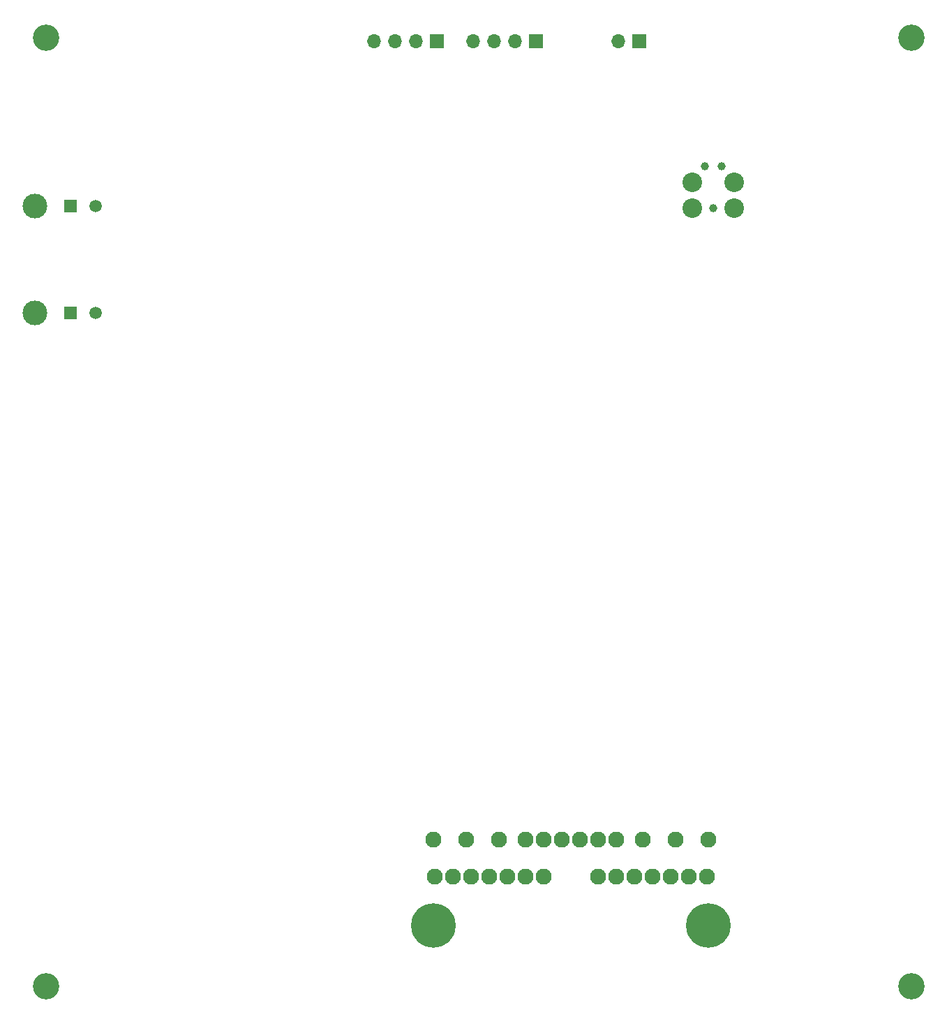
<source format=gbr>
%TF.GenerationSoftware,KiCad,Pcbnew,8.0.7*%
%TF.CreationDate,2025-02-09T22:58:21-06:00*%
%TF.ProjectId,FSAE_BMS,46534145-5f42-44d5-932e-6b696361645f,rev?*%
%TF.SameCoordinates,Original*%
%TF.FileFunction,Soldermask,Bot*%
%TF.FilePolarity,Negative*%
%FSLAX46Y46*%
G04 Gerber Fmt 4.6, Leading zero omitted, Abs format (unit mm)*
G04 Created by KiCad (PCBNEW 8.0.7) date 2025-02-09 22:58:21*
%MOMM*%
%LPD*%
G01*
G04 APERTURE LIST*
%ADD10C,2.374900*%
%ADD11C,0.990600*%
%ADD12C,3.200000*%
%ADD13C,1.950000*%
%ADD14C,5.400000*%
%ADD15C,2.999999*%
%ADD16R,1.520000X1.520000*%
%ADD17C,1.520000*%
%ADD18R,1.700000X1.700000*%
%ADD19O,1.700000X1.700000*%
G04 APERTURE END LIST*
D10*
%TO.C,J201*%
X173725000Y-50670000D03*
D11*
X176265000Y-50670000D03*
D10*
X178805000Y-50670000D03*
X173725000Y-47495000D03*
X178805000Y-47495000D03*
D11*
X175249000Y-45590000D03*
X177281000Y-45590000D03*
%TD*%
D12*
%TO.C,H103*%
X200300000Y-145000000D03*
%TD*%
D13*
%TO.C,J303*%
X175660000Y-127162500D03*
X171660000Y-127162500D03*
X167660000Y-127162500D03*
X164460000Y-127162500D03*
X162260000Y-127162500D03*
X160060000Y-127162500D03*
X157860000Y-127162500D03*
X155660000Y-127162500D03*
X153460000Y-127162500D03*
X150260000Y-127162500D03*
X146260000Y-127162500D03*
X142260000Y-127162500D03*
X175460000Y-131662500D03*
X173260000Y-131662500D03*
X171060000Y-131662500D03*
X168860000Y-131662500D03*
X166660000Y-131662500D03*
X164460000Y-131662500D03*
X162260000Y-131662500D03*
X155660000Y-131662500D03*
X153460000Y-131662500D03*
X151260000Y-131662500D03*
X149060000Y-131662500D03*
X146860000Y-131662500D03*
X144660000Y-131662500D03*
X142460000Y-131662500D03*
D14*
X175610000Y-137612500D03*
X142260000Y-137612500D03*
%TD*%
D15*
%TO.C,J305*%
X93951606Y-50418326D03*
D16*
X98271605Y-50418326D03*
D17*
X101271604Y-50418326D03*
%TD*%
D12*
%TO.C,H101*%
X95300000Y-30000000D03*
%TD*%
%TO.C,H102*%
X200300000Y-30000000D03*
%TD*%
D18*
%TO.C,J301*%
X154700000Y-30400000D03*
D19*
X152160000Y-30400000D03*
X149620000Y-30400000D03*
X147080000Y-30400000D03*
%TD*%
D18*
%TO.C,J302*%
X142660000Y-30400000D03*
D19*
X140120000Y-30400000D03*
X137580000Y-30400000D03*
X135040000Y-30400000D03*
%TD*%
D18*
%TO.C,J306*%
X167275000Y-30400000D03*
D19*
X164735000Y-30400000D03*
%TD*%
D15*
%TO.C,J304*%
X93935218Y-63354222D03*
D16*
X98255217Y-63354222D03*
D17*
X101255216Y-63354222D03*
%TD*%
D12*
%TO.C,H104*%
X95300000Y-145000000D03*
%TD*%
M02*

</source>
